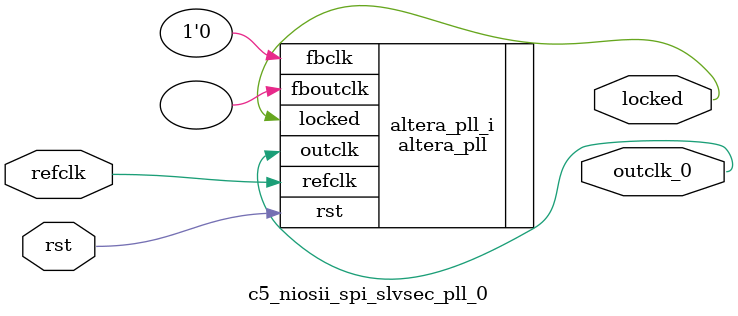
<source format=v>
`timescale 1ns/10ps
module  c5_niosii_spi_slvsec_pll_0(

	// interface 'refclk'
	input wire refclk,

	// interface 'reset'
	input wire rst,

	// interface 'outclk0'
	output wire outclk_0,

	// interface 'locked'
	output wire locked
);

	altera_pll #(
		.fractional_vco_multiplier("false"),
		.reference_clock_frequency("50.0 MHz"),
		.operation_mode("direct"),
		.number_of_clocks(1),
		.output_clock_frequency0("100.000000 MHz"),
		.phase_shift0("0 ps"),
		.duty_cycle0(50),
		.output_clock_frequency1("0 MHz"),
		.phase_shift1("0 ps"),
		.duty_cycle1(50),
		.output_clock_frequency2("0 MHz"),
		.phase_shift2("0 ps"),
		.duty_cycle2(50),
		.output_clock_frequency3("0 MHz"),
		.phase_shift3("0 ps"),
		.duty_cycle3(50),
		.output_clock_frequency4("0 MHz"),
		.phase_shift4("0 ps"),
		.duty_cycle4(50),
		.output_clock_frequency5("0 MHz"),
		.phase_shift5("0 ps"),
		.duty_cycle5(50),
		.output_clock_frequency6("0 MHz"),
		.phase_shift6("0 ps"),
		.duty_cycle6(50),
		.output_clock_frequency7("0 MHz"),
		.phase_shift7("0 ps"),
		.duty_cycle7(50),
		.output_clock_frequency8("0 MHz"),
		.phase_shift8("0 ps"),
		.duty_cycle8(50),
		.output_clock_frequency9("0 MHz"),
		.phase_shift9("0 ps"),
		.duty_cycle9(50),
		.output_clock_frequency10("0 MHz"),
		.phase_shift10("0 ps"),
		.duty_cycle10(50),
		.output_clock_frequency11("0 MHz"),
		.phase_shift11("0 ps"),
		.duty_cycle11(50),
		.output_clock_frequency12("0 MHz"),
		.phase_shift12("0 ps"),
		.duty_cycle12(50),
		.output_clock_frequency13("0 MHz"),
		.phase_shift13("0 ps"),
		.duty_cycle13(50),
		.output_clock_frequency14("0 MHz"),
		.phase_shift14("0 ps"),
		.duty_cycle14(50),
		.output_clock_frequency15("0 MHz"),
		.phase_shift15("0 ps"),
		.duty_cycle15(50),
		.output_clock_frequency16("0 MHz"),
		.phase_shift16("0 ps"),
		.duty_cycle16(50),
		.output_clock_frequency17("0 MHz"),
		.phase_shift17("0 ps"),
		.duty_cycle17(50),
		.pll_type("General"),
		.pll_subtype("General")
	) altera_pll_i (
		.rst	(rst),
		.outclk	({outclk_0}),
		.locked	(locked),
		.fboutclk	( ),
		.fbclk	(1'b0),
		.refclk	(refclk)
	);
endmodule


</source>
